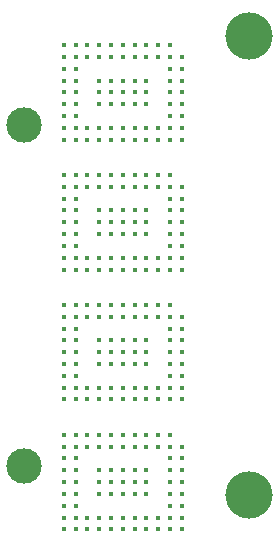
<source format=gbr>
G04*
G04 #@! TF.GenerationSoftware,Altium Limited,Altium Designer,24.9.1 (31)*
G04*
G04 Layer_Color=255*
%FSLAX44Y44*%
%MOMM*%
G71*
G04*
G04 #@! TF.SameCoordinates,A13243B6-5239-4C78-9C44-5FE43137C330*
G04*
G04*
G04 #@! TF.FilePolarity,Positive*
G04*
G01*
G75*
%ADD57C,4.0000*%
%ADD60C,0.4500*%
%ADD61C,3.0000*%
D57*
X215000Y439000D02*
D03*
Y50000D02*
D03*
D60*
X58300Y21300D02*
D03*
X68300D02*
D03*
X78300D02*
D03*
X88300D02*
D03*
X98300D02*
D03*
X108300D02*
D03*
X118300D02*
D03*
X128300D02*
D03*
X138300D02*
D03*
X148300D02*
D03*
X158300D02*
D03*
X58300Y31300D02*
D03*
X68300D02*
D03*
X78300D02*
D03*
X88300D02*
D03*
X98300D02*
D03*
X108300D02*
D03*
X118300D02*
D03*
X128300D02*
D03*
X138300D02*
D03*
X148300D02*
D03*
X158300D02*
D03*
X58300Y41300D02*
D03*
X68300D02*
D03*
X148300D02*
D03*
X158300D02*
D03*
X58300Y51300D02*
D03*
X68300D02*
D03*
X88300D02*
D03*
X98300D02*
D03*
X108300D02*
D03*
X118300D02*
D03*
X128300D02*
D03*
X148300D02*
D03*
X158300D02*
D03*
X58300Y61300D02*
D03*
X68300D02*
D03*
X88300D02*
D03*
X98300D02*
D03*
X108300D02*
D03*
X118300D02*
D03*
X128300D02*
D03*
X148300D02*
D03*
X158300D02*
D03*
X58300Y71300D02*
D03*
X68300D02*
D03*
X88300D02*
D03*
X98300D02*
D03*
X108300D02*
D03*
X118300D02*
D03*
X128300D02*
D03*
X148300D02*
D03*
X158300D02*
D03*
X58300Y81300D02*
D03*
X68300D02*
D03*
X148300D02*
D03*
X158300D02*
D03*
X58300Y91300D02*
D03*
X68300D02*
D03*
X78300D02*
D03*
X88300D02*
D03*
X98300D02*
D03*
X108300D02*
D03*
X118300D02*
D03*
X128300D02*
D03*
X138300D02*
D03*
X148300D02*
D03*
X158300D02*
D03*
X58300Y101300D02*
D03*
X68300D02*
D03*
X78300D02*
D03*
X88300D02*
D03*
X98300D02*
D03*
X108300D02*
D03*
X118300D02*
D03*
X128300D02*
D03*
X138300D02*
D03*
X148300D02*
D03*
Y211300D02*
D03*
X138300D02*
D03*
X128300D02*
D03*
X118300D02*
D03*
X108300D02*
D03*
X98300D02*
D03*
X88300D02*
D03*
X78300D02*
D03*
X68300D02*
D03*
X58300D02*
D03*
X158300Y201300D02*
D03*
X148300D02*
D03*
X138300D02*
D03*
X128300D02*
D03*
X118300D02*
D03*
X108300D02*
D03*
X98300D02*
D03*
X88300D02*
D03*
X78300D02*
D03*
X68300D02*
D03*
X58300D02*
D03*
X158300Y191300D02*
D03*
X148300D02*
D03*
X68300D02*
D03*
X58300D02*
D03*
X158300Y181300D02*
D03*
X148300D02*
D03*
X128300D02*
D03*
X118300D02*
D03*
X108300D02*
D03*
X98300D02*
D03*
X88300D02*
D03*
X68300D02*
D03*
X58300D02*
D03*
X158300Y171300D02*
D03*
X148300D02*
D03*
X128300D02*
D03*
X118300D02*
D03*
X108300D02*
D03*
X98300D02*
D03*
X88300D02*
D03*
X68300D02*
D03*
X58300D02*
D03*
X158300Y161300D02*
D03*
X148300D02*
D03*
X128300D02*
D03*
X118300D02*
D03*
X108300D02*
D03*
X98300D02*
D03*
X88300D02*
D03*
X68300D02*
D03*
X58300D02*
D03*
X158300Y151300D02*
D03*
X148300D02*
D03*
X68300D02*
D03*
X58300D02*
D03*
X158300Y141300D02*
D03*
X148300D02*
D03*
X138300D02*
D03*
X128300D02*
D03*
X118300D02*
D03*
X108300D02*
D03*
X98300D02*
D03*
X88300D02*
D03*
X78300D02*
D03*
X68300D02*
D03*
X58300D02*
D03*
X158300Y131300D02*
D03*
X148300D02*
D03*
X138300D02*
D03*
X128300D02*
D03*
X118300D02*
D03*
X108300D02*
D03*
X98300D02*
D03*
X88300D02*
D03*
X78300D02*
D03*
X68300D02*
D03*
X58300D02*
D03*
Y241300D02*
D03*
X68300D02*
D03*
X78300D02*
D03*
X88300D02*
D03*
X98300D02*
D03*
X108300D02*
D03*
X118300D02*
D03*
X128300D02*
D03*
X138300D02*
D03*
X148300D02*
D03*
X158300D02*
D03*
X58300Y251300D02*
D03*
X68300D02*
D03*
X78300D02*
D03*
X88300D02*
D03*
X98300D02*
D03*
X108300D02*
D03*
X118300D02*
D03*
X128300D02*
D03*
X138300D02*
D03*
X148300D02*
D03*
X158300D02*
D03*
X58300Y261300D02*
D03*
X68300D02*
D03*
X148300D02*
D03*
X158300D02*
D03*
X58300Y271300D02*
D03*
X68300D02*
D03*
X88300D02*
D03*
X98300D02*
D03*
X108300D02*
D03*
X118300D02*
D03*
X128300D02*
D03*
X148300D02*
D03*
X158300D02*
D03*
X58300Y281300D02*
D03*
X68300D02*
D03*
X88300D02*
D03*
X98300D02*
D03*
X108300D02*
D03*
X118300D02*
D03*
X128300D02*
D03*
X148300D02*
D03*
X158300D02*
D03*
X58300Y291300D02*
D03*
X68300D02*
D03*
X88300D02*
D03*
X98300D02*
D03*
X108300D02*
D03*
X118300D02*
D03*
X128300D02*
D03*
X148300D02*
D03*
X158300D02*
D03*
X58300Y301300D02*
D03*
X68300D02*
D03*
X148300D02*
D03*
X158300D02*
D03*
X58300Y311300D02*
D03*
X68300D02*
D03*
X78300D02*
D03*
X88300D02*
D03*
X98300D02*
D03*
X108300D02*
D03*
X118300D02*
D03*
X128300D02*
D03*
X138300D02*
D03*
X148300D02*
D03*
X158300D02*
D03*
X58300Y321300D02*
D03*
X68300D02*
D03*
X78300D02*
D03*
X88300D02*
D03*
X98300D02*
D03*
X108300D02*
D03*
X118300D02*
D03*
X128300D02*
D03*
X138300D02*
D03*
X148300D02*
D03*
Y431300D02*
D03*
X138300D02*
D03*
X128300D02*
D03*
X118300D02*
D03*
X108300D02*
D03*
X98300D02*
D03*
X88300D02*
D03*
X78300D02*
D03*
X68300D02*
D03*
X58300D02*
D03*
X158300Y421300D02*
D03*
X148300D02*
D03*
X138300D02*
D03*
X128300D02*
D03*
X118300D02*
D03*
X108300D02*
D03*
X98300D02*
D03*
X88300D02*
D03*
X78300D02*
D03*
X68300D02*
D03*
X58300D02*
D03*
X158300Y411300D02*
D03*
X148300D02*
D03*
X68300D02*
D03*
X58300D02*
D03*
X158300Y401300D02*
D03*
X148300D02*
D03*
X128300D02*
D03*
X118300D02*
D03*
X108300D02*
D03*
X98300D02*
D03*
X88300D02*
D03*
X68300D02*
D03*
X58300D02*
D03*
X158300Y391300D02*
D03*
X148300D02*
D03*
X128300D02*
D03*
X118300D02*
D03*
X108300D02*
D03*
X98300D02*
D03*
X88300D02*
D03*
X68300D02*
D03*
X58300D02*
D03*
X158300Y381300D02*
D03*
X148300D02*
D03*
X128300D02*
D03*
X118300D02*
D03*
X108300D02*
D03*
X98300D02*
D03*
X88300D02*
D03*
X68300D02*
D03*
X58300D02*
D03*
X158300Y371300D02*
D03*
X148300D02*
D03*
X68300D02*
D03*
X58300D02*
D03*
X158300Y361300D02*
D03*
X148300D02*
D03*
X138300D02*
D03*
X128300D02*
D03*
X118300D02*
D03*
X108300D02*
D03*
X98300D02*
D03*
X88300D02*
D03*
X78300D02*
D03*
X68300D02*
D03*
X58300D02*
D03*
X158300Y351300D02*
D03*
X148300D02*
D03*
X138300D02*
D03*
X128300D02*
D03*
X118300D02*
D03*
X108300D02*
D03*
X98300D02*
D03*
X88300D02*
D03*
X78300D02*
D03*
X68300D02*
D03*
X58300D02*
D03*
D61*
X25000Y75000D02*
D03*
Y364000D02*
D03*
M02*

</source>
